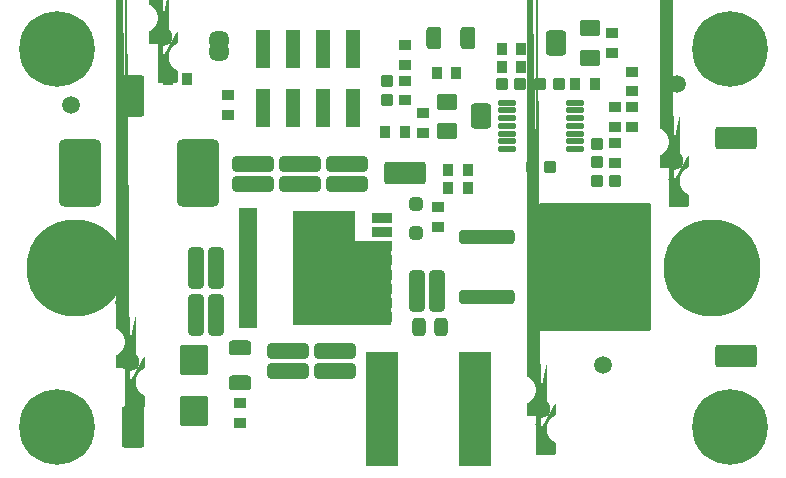
<source format=gbr>
%TF.GenerationSoftware,KiCad,Pcbnew,9.0.6*%
%TF.CreationDate,2026-02-02T20:31:11-05:00*%
%TF.ProjectId,Modular_Load,4d6f6475-6c61-4725-9f4c-6f61642e6b69,rev?*%
%TF.SameCoordinates,Original*%
%TF.FileFunction,Soldermask,Top*%
%TF.FilePolarity,Negative*%
%FSLAX46Y46*%
G04 Gerber Fmt 4.6, Leading zero omitted, Abs format (unit mm)*
G04 Created by KiCad (PCBNEW 9.0.6) date 2026-02-02 20:31:11*
%MOMM*%
%LPD*%
G01*
G04 APERTURE LIST*
G04 Aperture macros list*
%AMRoundRect*
0 Rectangle with rounded corners*
0 $1 Rounding radius*
0 $2 $3 $4 $5 $6 $7 $8 $9 X,Y pos of 4 corners*
0 Add a 4 corners polygon primitive as box body*
4,1,4,$2,$3,$4,$5,$6,$7,$8,$9,$2,$3,0*
0 Add four circle primitives for the rounded corners*
1,1,$1+$1,$2,$3*
1,1,$1+$1,$4,$5*
1,1,$1+$1,$6,$7*
1,1,$1+$1,$8,$9*
0 Add four rect primitives between the rounded corners*
20,1,$1+$1,$2,$3,$4,$5,0*
20,1,$1+$1,$4,$5,$6,$7,0*
20,1,$1+$1,$6,$7,$8,$9,0*
20,1,$1+$1,$8,$9,$2,$3,0*%
%AMFreePoly0*
4,1,54,1.197877,2.165968,1.198231,2.165822,1.230752,2.133399,1.230822,2.133231,1.230968,2.132877,1.235500,2.110000,1.235500,1.179300,1.230968,1.156423,1.230822,1.156069,1.209857,1.129859,1.209719,1.129762,1.201152,1.124744,1.102443,1.077427,0.922585,0.953850,0.767617,0.801114,0.641817,0.623591,0.549071,0.426771,0.492246,0.216732,0.473109,0.000000,0.492246,-0.216732,
0.549071,-0.426771,0.641817,-0.623591,0.767617,-0.801114,0.922585,-0.953850,1.102443,-1.077427,1.201152,-1.124744,1.219853,-1.138754,1.220109,-1.139039,1.234636,-1.169154,1.234664,-1.169320,1.235500,-1.179300,1.235500,-2.110000,1.230968,-2.132877,1.230822,-2.133231,1.198399,-2.165752,1.198231,-2.165822,1.197877,-2.165968,1.175000,-2.170500,-0.395000,-2.170500,-0.417877,-2.165968,
-0.418231,-2.165822,-0.450752,-2.133399,-0.450822,-2.133231,-0.450968,-2.132877,-0.455500,-2.110000,-0.455500,2.110000,-0.450968,2.132877,-0.450822,2.133231,-0.418399,2.165752,-0.418231,2.165822,-0.417877,2.165968,-0.395000,2.170500,1.175000,2.170500,1.197877,2.165968,1.197877,2.165968,$1*%
%AMFreePoly1*
4,1,54,0.457877,2.165968,0.458231,2.165822,0.490752,2.133399,0.490822,2.133231,0.490968,2.132877,0.495500,2.110000,0.495500,-2.110000,0.490968,-2.132877,0.490822,-2.133231,0.458399,-2.165752,0.458231,-2.165822,0.457877,-2.165968,0.435000,-2.170500,-1.135000,-2.170500,-1.157877,-2.165968,-1.158231,-2.165822,-1.190752,-2.133399,-1.190822,-2.133231,-1.190968,-2.132877,-1.195500,-2.110000,
-1.195500,-1.179300,-1.190968,-1.156423,-1.190822,-1.156069,-1.169857,-1.129859,-1.169719,-1.129762,-1.161152,-1.124744,-1.062443,-1.077427,-0.882585,-0.953850,-0.727617,-0.801114,-0.601817,-0.623591,-0.509071,-0.426771,-0.452246,-0.216732,-0.433109,0.000000,-0.452246,0.216732,-0.509071,0.426771,-0.601817,0.623591,-0.727617,0.801114,-0.882585,0.953850,-1.062443,1.077427,-1.161152,1.124744,
-1.179853,1.138754,-1.180109,1.139039,-1.194636,1.169154,-1.194664,1.169320,-1.195500,1.179300,-1.195500,2.110000,-1.190968,2.132877,-1.190822,2.133231,-1.158399,2.165752,-1.158231,2.165822,-1.157877,2.165968,-1.135000,2.170500,0.435000,2.170500,0.457877,2.165968,0.457877,2.165968,$1*%
%AMFreePoly2*
4,1,13,1.617426,3.542426,1.635000,3.500000,1.635000,-3.500000,1.617426,-3.542426,1.575000,-3.560000,-1.575000,-3.560000,-1.617426,-3.542426,-1.635000,-3.500000,-1.635000,3.500000,-1.617426,3.542426,-1.575000,3.560000,1.575000,3.560000,1.617426,3.542426,1.617426,3.542426,$1*%
%AMFreePoly3*
4,1,13,2.592426,4.842426,2.610000,4.800000,2.610000,-4.800000,2.592426,-4.842426,2.550000,-4.860000,-2.550000,-4.860000,-2.592426,-4.842426,-2.610000,-4.800000,-2.610000,4.800000,-2.592426,4.842426,-2.550000,4.860000,2.550000,4.860000,2.592426,4.842426,2.592426,4.842426,$1*%
%AMFreePoly4*
4,1,39,0.542426,0.792426,0.560000,0.750000,0.560000,-0.750000,0.542426,-0.792426,0.500000,-0.810000,0.000000,-0.810000,-0.010328,-0.805722,-0.065263,-0.805722,-0.080792,-0.803678,-0.206871,-0.769896,-0.221342,-0.763902,-0.334381,-0.698639,-0.346807,-0.689103,-0.439103,-0.596807,-0.448639,-0.584381,-0.513902,-0.471342,-0.519896,-0.456871,-0.553678,-0.330792,-0.555722,-0.315263,-0.555722,-0.260327,
-0.560000,-0.250000,-0.560000,0.250000,-0.555722,0.260327,-0.555722,0.315263,-0.553678,0.330792,-0.519896,0.456871,-0.513902,0.471342,-0.448639,0.584381,-0.439103,0.596807,-0.346807,0.689103,-0.334381,0.698639,-0.221342,0.763902,-0.206871,0.769896,-0.080792,0.803678,-0.065263,0.805722,-0.010328,0.805722,0.000000,0.810000,0.500000,0.810000,0.542426,0.792426,0.542426,0.792426,
$1*%
%AMFreePoly5*
4,1,39,0.010328,0.805722,0.065263,0.805722,0.080792,0.803678,0.206871,0.769896,0.221342,0.763902,0.334381,0.698639,0.346807,0.689103,0.439103,0.596807,0.448639,0.584381,0.513902,0.471342,0.519896,0.456871,0.553678,0.330792,0.555722,0.315263,0.555722,0.260327,0.560000,0.250000,0.560000,-0.250000,0.555722,-0.260327,0.555722,-0.315263,0.553678,-0.330792,0.519896,-0.456871,
0.513902,-0.471342,0.448639,-0.584381,0.439103,-0.596807,0.346807,-0.689103,0.334381,-0.698639,0.221342,-0.763902,0.206871,-0.769896,0.080792,-0.803678,0.065263,-0.805722,0.010328,-0.805722,0.000000,-0.810000,-0.500000,-0.810000,-0.542426,-0.792426,-0.560000,-0.750000,-0.560000,0.750000,-0.542426,0.792426,-0.500000,0.810000,0.000000,0.810000,0.010328,0.805722,0.010328,0.805722,
$1*%
G04 Aperture macros list end*
%ADD10C,0.000000*%
%ADD11RoundRect,0.275532X-0.371968X-1.484468X0.371968X-1.484468X0.371968X1.484468X-0.371968X1.484468X0*%
%ADD12RoundRect,0.255000X-0.280000X0.255000X-0.280000X-0.255000X0.280000X-0.255000X0.280000X0.255000X0*%
%ADD13C,1.590000*%
%ADD14FreePoly0,90.000000*%
%ADD15FreePoly1,90.000000*%
%ADD16C,8.204000*%
%ADD17RoundRect,0.230000X0.230000X0.305000X-0.230000X0.305000X-0.230000X-0.305000X0.230000X-0.305000X0*%
%ADD18RoundRect,0.230000X-0.305000X0.230000X-0.305000X-0.230000X0.305000X-0.230000X0.305000X0.230000X0*%
%ADD19RoundRect,0.517143X-1.292857X-2.342857X1.292857X-2.342857X1.292857X2.342857X-1.292857X2.342857X0*%
%ADD20RoundRect,0.266667X1.493333X0.693333X-1.493333X0.693333X-1.493333X-0.693333X1.493333X-0.693333X0*%
%ADD21RoundRect,0.276087X-0.683913X0.358913X-0.683913X-0.358913X0.683913X-0.358913X0.683913X0.358913X0*%
%ADD22RoundRect,0.230000X-0.230000X-0.305000X0.230000X-0.305000X0.230000X0.305000X-0.230000X0.305000X0*%
%ADD23RoundRect,0.273077X0.586923X-0.436923X0.586923X0.436923X-0.586923X0.436923X-0.586923X-0.436923X0*%
%ADD24RoundRect,0.268750X0.591250X-0.791250X0.591250X0.791250X-0.591250X0.791250X-0.591250X-0.791250X0*%
%ADD25RoundRect,0.275532X-1.484468X0.371968X-1.484468X-0.371968X1.484468X-0.371968X1.484468X0.371968X0*%
%ADD26RoundRect,0.305000X-2.055000X-0.305000X2.055000X-0.305000X2.055000X0.305000X-2.055000X0.305000X0*%
%ADD27RoundRect,0.253191X-4.506809X-5.206809X4.506809X-5.206809X4.506809X5.206809X-4.506809X5.206809X0*%
%ADD28RoundRect,0.275532X1.484468X-0.371968X1.484468X0.371968X-1.484468X0.371968X-1.484468X-0.371968X0*%
%ADD29C,1.500000*%
%ADD30RoundRect,0.255000X0.255000X0.280000X-0.255000X0.280000X-0.255000X-0.280000X0.255000X-0.280000X0*%
%ADD31RoundRect,0.255000X-0.255000X-0.280000X0.255000X-0.280000X0.255000X0.280000X-0.255000X0.280000X0*%
%ADD32RoundRect,0.130000X0.667500X0.130000X-0.667500X0.130000X-0.667500X-0.130000X0.667500X-0.130000X0*%
%ADD33RoundRect,0.230000X0.305000X-0.230000X0.305000X0.230000X-0.305000X0.230000X-0.305000X-0.230000X0*%
%ADD34RoundRect,0.060000X1.000000X0.400000X-1.000000X0.400000X-1.000000X-0.400000X1.000000X-0.400000X0*%
%ADD35FreePoly2,180.000000*%
%ADD36FreePoly3,180.000000*%
%ADD37RoundRect,0.060000X0.750000X0.400000X-0.750000X0.400000X-0.750000X-0.400000X0.750000X-0.400000X0*%
%ADD38RoundRect,0.060000X0.725000X5.000000X-0.725000X5.000000X-0.725000X-5.000000X0.725000X-5.000000X0*%
%ADD39RoundRect,0.266667X-0.693333X1.493333X-0.693333X-1.493333X0.693333X-1.493333X0.693333X1.493333X0*%
%ADD40RoundRect,0.060000X0.500000X-1.575000X0.500000X1.575000X-0.500000X1.575000X-0.500000X-1.575000X0*%
%ADD41RoundRect,0.102000X-1.250000X-4.750000X1.250000X-4.750000X1.250000X4.750000X-1.250000X4.750000X0*%
%ADD42RoundRect,0.280000X-0.280000X0.280000X-0.280000X-0.280000X0.280000X-0.280000X0.280000X0.280000X0*%
%ADD43RoundRect,0.276087X-0.358913X-0.683913X0.358913X-0.683913X0.358913X0.683913X-0.358913X0.683913X0*%
%ADD44RoundRect,0.263043X-0.946957X1.046957X-0.946957X-1.046957X0.946957X-1.046957X0.946957X1.046957X0*%
%ADD45RoundRect,0.279268X0.293232X0.480732X-0.293232X0.480732X-0.293232X-0.480732X0.293232X-0.480732X0*%
%ADD46FreePoly4,90.000000*%
%ADD47FreePoly5,90.000000*%
%ADD48RoundRect,0.266667X-1.493333X-0.693333X1.493333X-0.693333X1.493333X0.693333X-1.493333X0.693333X0*%
%ADD49RoundRect,0.275532X0.371968X1.484468X-0.371968X1.484468X-0.371968X-1.484468X0.371968X-1.484468X0*%
%ADD50RoundRect,0.273077X-0.586923X0.436923X-0.586923X-0.436923X0.586923X-0.436923X0.586923X0.436923X0*%
%ADD51RoundRect,0.268750X-0.591250X0.791250X-0.591250X-0.791250X0.591250X-0.791250X0.591250X0.791250X0*%
%ADD52C,6.400000*%
G04 APERTURE END LIST*
D10*
%TO.C,Q2*%
G36*
X120625000Y-77299996D02*
G01*
X123775000Y-77299996D01*
X123775000Y-84299999D01*
X115575000Y-84299999D01*
X115575000Y-74699996D01*
X120625000Y-74699996D01*
X120625000Y-77299996D01*
G37*
%TO.C,JP1*%
G36*
X108500000Y-60900000D02*
G01*
X110000000Y-60900000D01*
X110000000Y-60600000D01*
X108500000Y-60600000D01*
X108500000Y-60900000D01*
G37*
%TD*%
D11*
%TO.C,TJ1*%
X126062500Y-81500000D03*
X127737500Y-81500000D03*
%TD*%
D12*
%TO.C,C2*%
X123500000Y-63725000D03*
X123500000Y-65275000D03*
%TD*%
D13*
%TO.C,J6*%
X101750000Y-87500000D03*
D14*
X101750000Y-89210000D03*
D15*
X101750000Y-85830000D03*
%TD*%
D16*
%TO.C,J3*%
X97100000Y-79500000D03*
%TD*%
D17*
%TO.C,R13*%
X134825000Y-61000000D03*
X133175000Y-61000000D03*
%TD*%
D18*
%TO.C,R8*%
X142750000Y-68975000D03*
X142750000Y-70625000D03*
%TD*%
D19*
%TO.C,F1*%
X97500000Y-71500000D03*
X107500000Y-71500000D03*
%TD*%
D20*
%TO.C,TP9*%
X153000000Y-68500000D03*
%TD*%
D17*
%TO.C,R3*%
X106575000Y-63500000D03*
X104925000Y-63500000D03*
%TD*%
D21*
%TO.C,C8*%
X111000000Y-86325000D03*
X111000000Y-89275000D03*
%TD*%
D22*
%TO.C,R14*%
X139425000Y-64000000D03*
X141075000Y-64000000D03*
%TD*%
D23*
%TO.C,RV1*%
X128550000Y-65450000D03*
D24*
X131450000Y-66700000D03*
D23*
X128550000Y-67950000D03*
%TD*%
D25*
%TO.C,TJ2*%
X115100000Y-86562500D03*
X115100000Y-88237500D03*
%TD*%
D17*
%TO.C,R18*%
X130325000Y-72750000D03*
X128675000Y-72750000D03*
%TD*%
D18*
%TO.C,R15*%
X142500000Y-59675000D03*
X142500000Y-61325000D03*
%TD*%
D26*
%TO.C,R1*%
X131975000Y-76920000D03*
D27*
X141125000Y-79460000D03*
D26*
X131975000Y-82000000D03*
%TD*%
D18*
%TO.C,R7*%
X125000000Y-60675000D03*
X125000000Y-62325000D03*
%TD*%
D22*
%TO.C,R21*%
X123350000Y-68000000D03*
X125000000Y-68000000D03*
%TD*%
D28*
%TO.C,TJ4*%
X112100000Y-72437500D03*
X112100000Y-70762500D03*
%TD*%
D29*
%TO.C,FD1*%
X96750000Y-65750000D03*
%TD*%
D18*
%TO.C,R2*%
X127800000Y-74375000D03*
X127800000Y-76025000D03*
%TD*%
%TO.C,R9*%
X125000000Y-63675000D03*
X125000000Y-65325000D03*
%TD*%
D13*
%TO.C,J2*%
X104500000Y-60000000D03*
D14*
X104500000Y-61710000D03*
D15*
X104500000Y-58330000D03*
%TD*%
D30*
%TO.C,C9*%
X138025000Y-64000000D03*
X136475000Y-64000000D03*
%TD*%
D16*
%TO.C,J5*%
X151000000Y-79500000D03*
%TD*%
D31*
%TO.C,C7*%
X133225000Y-64000000D03*
X134775000Y-64000000D03*
%TD*%
D12*
%TO.C,C6*%
X141250000Y-69025000D03*
X141250000Y-70575000D03*
%TD*%
D18*
%TO.C,R10*%
X126500000Y-66425000D03*
X126500000Y-68075000D03*
%TD*%
D32*
%TO.C,U1*%
X139362500Y-69450000D03*
X139362500Y-68800000D03*
X139362500Y-68150000D03*
X139362500Y-67500000D03*
X139362500Y-66850000D03*
X139362500Y-66200000D03*
X139362500Y-65550000D03*
X133637500Y-65550000D03*
X133637500Y-66200000D03*
X133637500Y-66850000D03*
X133637500Y-67500000D03*
X133637500Y-68150000D03*
X133637500Y-68800000D03*
X133637500Y-69450000D03*
%TD*%
D25*
%TO.C,TJ3*%
X119100000Y-86562500D03*
X119100000Y-88237500D03*
%TD*%
D33*
%TO.C,R16*%
X111000000Y-92625000D03*
X111000000Y-90975000D03*
%TD*%
D34*
%TO.C,Q2*%
X122775000Y-83699999D03*
D35*
X122225000Y-80799996D03*
D36*
X118125000Y-79500000D03*
D34*
X122775000Y-82499999D03*
X122775000Y-81299996D03*
X122775000Y-80099996D03*
X122775000Y-78900000D03*
X122775000Y-77700000D03*
D37*
X123025000Y-76500000D03*
X123025000Y-75300000D03*
D38*
X111725000Y-79499999D03*
%TD*%
D13*
%TO.C,J7*%
X147750000Y-70500000D03*
D14*
X147750000Y-72210000D03*
D15*
X147750000Y-68830000D03*
%TD*%
D39*
%TO.C,TP6*%
X102000000Y-93000000D03*
%TD*%
D29*
%TO.C,FD3*%
X148000000Y-64000000D03*
%TD*%
D40*
%TO.C,J1*%
X112940000Y-66025000D03*
X112940000Y-60975000D03*
X115480000Y-66025000D03*
X115480000Y-60975000D03*
X118020000Y-66025000D03*
X118020000Y-60975000D03*
X120560000Y-66025000D03*
X120560000Y-60975000D03*
%TD*%
D13*
%TO.C,J4*%
X136500000Y-91500000D03*
D14*
X136500000Y-93210000D03*
D15*
X136500000Y-89830000D03*
%TD*%
D41*
%TO.C,L1*%
X123050000Y-91500000D03*
X130950000Y-91500000D03*
%TD*%
D28*
%TO.C,TJ6*%
X120100000Y-72437500D03*
X120100000Y-70762500D03*
%TD*%
D42*
%TO.C,D2*%
X125900000Y-74100000D03*
X125900000Y-76600000D03*
%TD*%
D43*
%TO.C,C1*%
X127425000Y-60100000D03*
X130375000Y-60100000D03*
%TD*%
D17*
%TO.C,R5*%
X130325000Y-71250000D03*
X128675000Y-71250000D03*
%TD*%
D33*
%TO.C,R19*%
X144250000Y-64575000D03*
X144250000Y-62925000D03*
%TD*%
D39*
%TO.C,TP10*%
X102000000Y-65000000D03*
%TD*%
D30*
%TO.C,C3*%
X137275000Y-71000000D03*
X135725000Y-71000000D03*
%TD*%
D18*
%TO.C,R4*%
X142750000Y-65925000D03*
X142750000Y-67575000D03*
%TD*%
D20*
%TO.C,TP4*%
X125000000Y-71500000D03*
%TD*%
D33*
%TO.C,R20*%
X144250000Y-67575000D03*
X144250000Y-65925000D03*
%TD*%
D44*
%TO.C,D1*%
X107125000Y-87350000D03*
X107125000Y-91650000D03*
%TD*%
D45*
%TO.C,R17*%
X128037500Y-84500000D03*
X126212500Y-84500000D03*
%TD*%
D46*
%TO.C,JP1*%
X109250000Y-61400000D03*
D47*
X109250000Y-60100000D03*
%TD*%
D48*
%TO.C,TP7*%
X153000000Y-87000000D03*
%TD*%
D49*
%TO.C,TJ8*%
X108962500Y-79500000D03*
X107287500Y-79500000D03*
%TD*%
D22*
%TO.C,R12*%
X133175000Y-62500000D03*
X134825000Y-62500000D03*
%TD*%
D50*
%TO.C,RV2*%
X140700000Y-61750000D03*
D51*
X137800000Y-60500000D03*
D50*
X140700000Y-59250000D03*
%TD*%
D49*
%TO.C,TJ7*%
X108962500Y-83500000D03*
X107287500Y-83500000D03*
%TD*%
D29*
%TO.C,FD2*%
X141750000Y-87750000D03*
%TD*%
D30*
%TO.C,C4*%
X142775000Y-72200000D03*
X141225000Y-72200000D03*
%TD*%
D17*
%TO.C,R11*%
X129325000Y-63000000D03*
X127675000Y-63000000D03*
%TD*%
D18*
%TO.C,R6*%
X110000000Y-64925000D03*
X110000000Y-66575000D03*
%TD*%
D28*
%TO.C,TJ5*%
X116100000Y-72437500D03*
X116100000Y-70762500D03*
%TD*%
D52*
%TO.C,REF\u002A\u002A*%
X95500000Y-93000000D03*
%TD*%
%TO.C,REF\u002A\u002A*%
X152500000Y-93000000D03*
%TD*%
%TO.C,REF\u002A\u002A*%
X95500000Y-61000000D03*
%TD*%
%TO.C,REF\u002A\u002A*%
X152500000Y-61000000D03*
%TD*%
M02*

</source>
